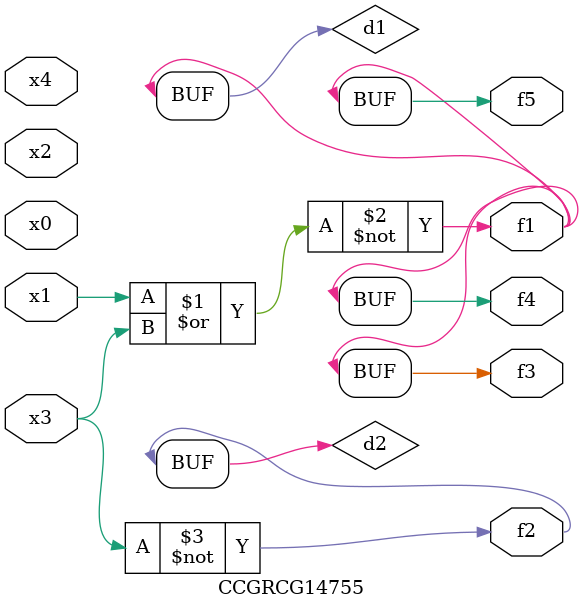
<source format=v>
module CCGRCG14755(
	input x0, x1, x2, x3, x4,
	output f1, f2, f3, f4, f5
);

	wire d1, d2;

	nor (d1, x1, x3);
	not (d2, x3);
	assign f1 = d1;
	assign f2 = d2;
	assign f3 = d1;
	assign f4 = d1;
	assign f5 = d1;
endmodule

</source>
